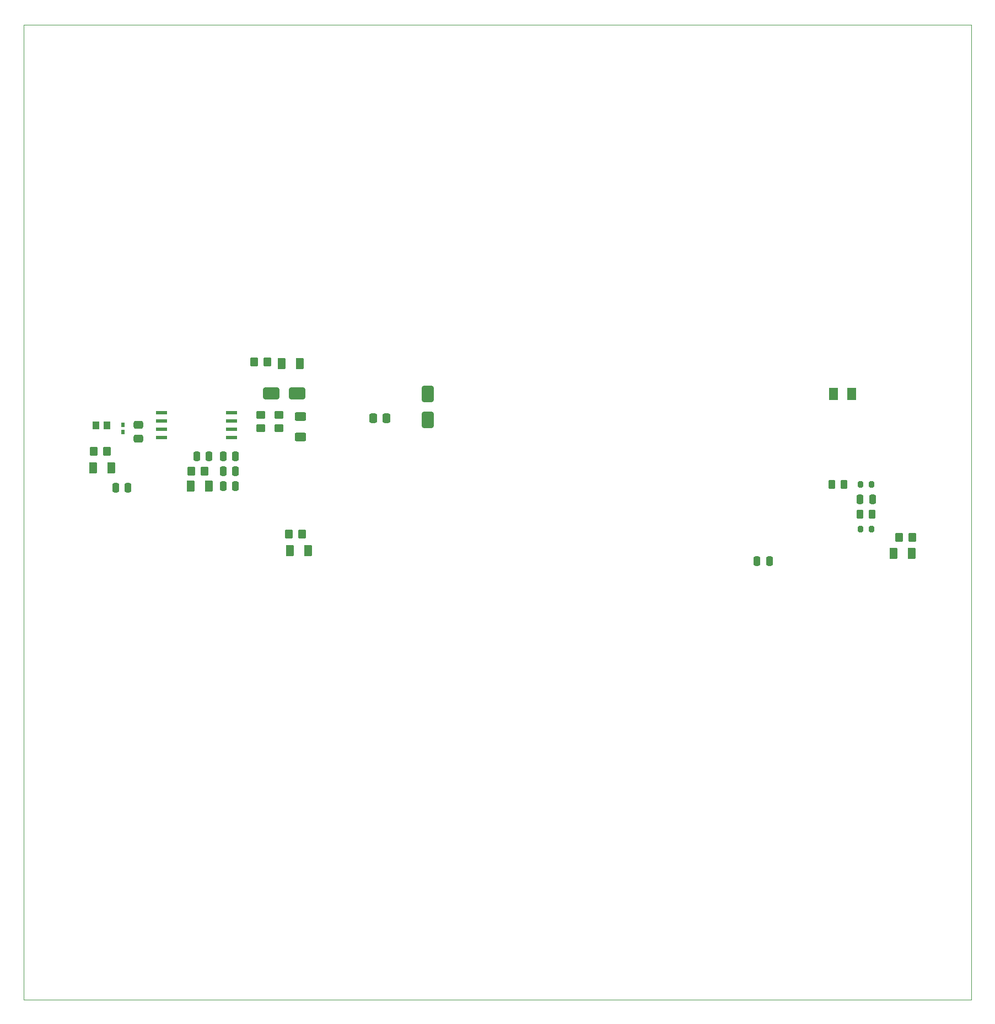
<source format=gbr>
%TF.GenerationSoftware,KiCad,Pcbnew,8.0.7*%
%TF.CreationDate,2025-03-06T08:49:02-05:00*%
%TF.ProjectId,BuckConverter,4275636b-436f-46e7-9665-727465722e6b,rev?*%
%TF.SameCoordinates,Original*%
%TF.FileFunction,Paste,Top*%
%TF.FilePolarity,Positive*%
%FSLAX46Y46*%
G04 Gerber Fmt 4.6, Leading zero omitted, Abs format (unit mm)*
G04 Created by KiCad (PCBNEW 8.0.7) date 2025-03-06 08:49:02*
%MOMM*%
%LPD*%
G01*
G04 APERTURE LIST*
G04 Aperture macros list*
%AMRoundRect*
0 Rectangle with rounded corners*
0 $1 Rounding radius*
0 $2 $3 $4 $5 $6 $7 $8 $9 X,Y pos of 4 corners*
0 Add a 4 corners polygon primitive as box body*
4,1,4,$2,$3,$4,$5,$6,$7,$8,$9,$2,$3,0*
0 Add four circle primitives for the rounded corners*
1,1,$1+$1,$2,$3*
1,1,$1+$1,$4,$5*
1,1,$1+$1,$6,$7*
1,1,$1+$1,$8,$9*
0 Add four rect primitives between the rounded corners*
20,1,$1+$1,$2,$3,$4,$5,0*
20,1,$1+$1,$4,$5,$6,$7,0*
20,1,$1+$1,$6,$7,$8,$9,0*
20,1,$1+$1,$8,$9,$2,$3,0*%
G04 Aperture macros list end*
%ADD10RoundRect,0.250000X-0.350000X-0.450000X0.350000X-0.450000X0.350000X0.450000X-0.350000X0.450000X0*%
%ADD11RoundRect,0.250000X0.262500X0.450000X-0.262500X0.450000X-0.262500X-0.450000X0.262500X-0.450000X0*%
%ADD12RoundRect,0.250000X0.450000X-0.350000X0.450000X0.350000X-0.450000X0.350000X-0.450000X-0.350000X0*%
%ADD13RoundRect,0.250000X-0.375000X-0.625000X0.375000X-0.625000X0.375000X0.625000X-0.375000X0.625000X0*%
%ADD14RoundRect,0.250000X-0.250000X-0.475000X0.250000X-0.475000X0.250000X0.475000X-0.250000X0.475000X0*%
%ADD15R,0.609600X0.762000*%
%ADD16RoundRect,0.250000X-0.625000X0.400000X-0.625000X-0.400000X0.625000X-0.400000X0.625000X0.400000X0*%
%ADD17RoundRect,0.250000X0.375000X0.625000X-0.375000X0.625000X-0.375000X-0.625000X0.375000X-0.625000X0*%
%ADD18R,1.370000X1.910000*%
%ADD19RoundRect,0.200000X-0.200000X-0.275000X0.200000X-0.275000X0.200000X0.275000X-0.200000X0.275000X0*%
%ADD20RoundRect,0.250000X-0.650000X1.000000X-0.650000X-1.000000X0.650000X-1.000000X0.650000X1.000000X0*%
%ADD21R,1.701800X0.558800*%
%ADD22RoundRect,0.250000X0.350000X0.450000X-0.350000X0.450000X-0.350000X-0.450000X0.350000X-0.450000X0*%
%ADD23RoundRect,0.250000X-0.475000X0.337500X-0.475000X-0.337500X0.475000X-0.337500X0.475000X0.337500X0*%
%ADD24RoundRect,0.250000X0.250000X0.475000X-0.250000X0.475000X-0.250000X-0.475000X0.250000X-0.475000X0*%
%ADD25RoundRect,0.250000X-0.337500X-0.475000X0.337500X-0.475000X0.337500X0.475000X-0.337500X0.475000X0*%
%ADD26RoundRect,0.250000X-1.000000X-0.650000X1.000000X-0.650000X1.000000X0.650000X-1.000000X0.650000X0*%
%ADD27R,1.016000X1.193800*%
%TA.AperFunction,Profile*%
%ADD28C,0.050000*%
%TD*%
G04 APERTURE END LIST*
D10*
%TO.C,R6*%
X58762000Y-113518000D03*
X60762000Y-113518000D03*
%TD*%
D11*
%TO.C,R4*%
X143986500Y-105898000D03*
X142161500Y-105898000D03*
%TD*%
D12*
%TO.C,R10*%
X57222000Y-97246000D03*
X57222000Y-95246000D03*
%TD*%
D13*
%TO.C,D3*%
X58870000Y-116058000D03*
X61670000Y-116058000D03*
%TD*%
D14*
%TO.C,C10*%
X48652000Y-101580000D03*
X50552000Y-101580000D03*
%TD*%
%TO.C,C12*%
X48652000Y-106152000D03*
X50552000Y-106152000D03*
%TD*%
D15*
%TO.C,C9*%
X33274000Y-96748600D03*
X33274000Y-97815400D03*
%TD*%
D11*
%TO.C,R1*%
X148304500Y-110470000D03*
X146479500Y-110470000D03*
%TD*%
D16*
%TO.C,R12*%
X60524000Y-95458000D03*
X60524000Y-98558000D03*
%TD*%
D14*
%TO.C,C2*%
X130622000Y-117602000D03*
X132522000Y-117602000D03*
%TD*%
D17*
%TO.C,D4*%
X154380000Y-116464000D03*
X151580000Y-116464000D03*
%TD*%
D18*
%TO.C,C5*%
X142343000Y-91948000D03*
X145185000Y-91948000D03*
%TD*%
D19*
%TO.C,R2*%
X146567000Y-112756000D03*
X148217000Y-112756000D03*
%TD*%
D10*
%TO.C,R8*%
X28790000Y-100818000D03*
X30790000Y-100818000D03*
%TD*%
D14*
%TO.C,C11*%
X48652000Y-103866000D03*
X50552000Y-103866000D03*
%TD*%
D20*
%TO.C,D1*%
X80082000Y-91960000D03*
X80082000Y-95960000D03*
%TD*%
D12*
%TO.C,R11*%
X54428000Y-97246000D03*
X54428000Y-95246000D03*
%TD*%
D21*
%TO.C,U3*%
X39137200Y-94849000D03*
X39137200Y-96119000D03*
X39137200Y-97389000D03*
X39137200Y-98659000D03*
X49906800Y-98659000D03*
X49906800Y-97389000D03*
X49906800Y-96119000D03*
X49906800Y-94849000D03*
%TD*%
D22*
%TO.C,R7*%
X154488000Y-114026000D03*
X152488000Y-114026000D03*
%TD*%
D23*
%TO.C,C8*%
X35632000Y-96732500D03*
X35632000Y-98807500D03*
%TD*%
D22*
%TO.C,R13*%
X55428000Y-87102000D03*
X53428000Y-87102000D03*
%TD*%
D13*
%TO.C,D7*%
X57600000Y-87356000D03*
X60400000Y-87356000D03*
%TD*%
%TO.C,D5*%
X28644000Y-103358000D03*
X31444000Y-103358000D03*
%TD*%
D24*
%TO.C,C7*%
X46488000Y-101580000D03*
X44588000Y-101580000D03*
%TD*%
D17*
%TO.C,D2*%
X46430000Y-106152000D03*
X43630000Y-106152000D03*
%TD*%
D14*
%TO.C,C6*%
X32142000Y-106406000D03*
X34042000Y-106406000D03*
%TD*%
%TO.C,C1*%
X146479500Y-108184000D03*
X148379500Y-108184000D03*
%TD*%
D25*
%TO.C,C4*%
X71657000Y-95738000D03*
X73732000Y-95738000D03*
%TD*%
D22*
%TO.C,R5*%
X45776000Y-103866000D03*
X43776000Y-103866000D03*
%TD*%
D26*
%TO.C,D6*%
X55984000Y-91928000D03*
X59984000Y-91928000D03*
%TD*%
D27*
%TO.C,R9*%
X29121100Y-96774000D03*
X30822900Y-96774000D03*
%TD*%
D19*
%TO.C,R3*%
X146567000Y-105898000D03*
X148217000Y-105898000D03*
%TD*%
D28*
X18034000Y-35306000D02*
X163576000Y-35306000D01*
X163576000Y-184912000D01*
X18034000Y-184912000D01*
X18034000Y-35306000D01*
M02*

</source>
